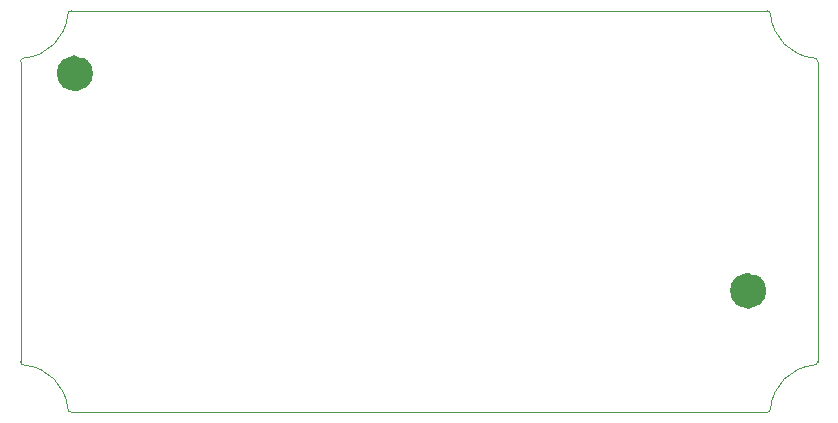
<source format=gbr>
%TF.GenerationSoftware,KiCad,Pcbnew,(6.0.11-0)*%
%TF.CreationDate,2023-05-17T19:32:27-04:00*%
%TF.ProjectId,SLAPS_Solar_Harvester,534c4150-535f-4536-9f6c-61725f486172,V1.1*%
%TF.SameCoordinates,Original*%
%TF.FileFunction,Profile,NP*%
%FSLAX46Y46*%
G04 Gerber Fmt 4.6, Leading zero omitted, Abs format (unit mm)*
G04 Created by KiCad (PCBNEW (6.0.11-0)) date 2023-05-17 19:32:27*
%MOMM*%
%LPD*%
G01*
G04 APERTURE LIST*
%TA.AperFunction,Profile*%
%ADD10C,0.100000*%
%TD*%
%TA.AperFunction,Profile*%
%ADD11C,1.550000*%
%TD*%
G04 APERTURE END LIST*
D10*
X123300000Y-94000000D02*
G75*
G03*
X123000000Y-94300000I0J-300000D01*
G01*
X190500000Y-94300000D02*
G75*
G03*
X190200000Y-94000000I-300000J0D01*
G01*
X186200000Y-124000000D02*
G75*
G03*
X186500000Y-123700000I0J300000D01*
G01*
X190500000Y-94300000D02*
X190500000Y-119700000D01*
X127300000Y-90000000D02*
G75*
G03*
X127000000Y-90300000I0J-300000D01*
G01*
X127000000Y-123700000D02*
G75*
G03*
X127300000Y-124000000I300000J0D01*
G01*
X123300000Y-94000000D02*
G75*
G03*
X127000000Y-90300000I-313200J4013200D01*
G01*
D11*
X185375000Y-113700000D02*
G75*
G03*
X185375000Y-113700000I-775000J0D01*
G01*
D10*
X186200000Y-124000000D02*
X127300000Y-124000000D01*
X186500000Y-90300000D02*
G75*
G03*
X190200000Y-94000000I4013200J313200D01*
G01*
X127300000Y-90000000D02*
X186200000Y-90000000D01*
X123000000Y-119700000D02*
G75*
G03*
X123300000Y-120000000I300000J0D01*
G01*
X123000000Y-94300000D02*
X123000000Y-119700000D01*
X190200000Y-120000000D02*
G75*
G03*
X190500000Y-119700000I0J300000D01*
G01*
X190200000Y-120000000D02*
G75*
G03*
X186500000Y-123700000I313200J-4013200D01*
G01*
D11*
X128375000Y-95300000D02*
G75*
G03*
X128375000Y-95300000I-775000J0D01*
G01*
D10*
X186500000Y-90300000D02*
G75*
G03*
X186200000Y-90000000I-300000J0D01*
G01*
X127000000Y-123700000D02*
G75*
G03*
X123300000Y-120000000I-4013200J-313200D01*
G01*
M02*

</source>
